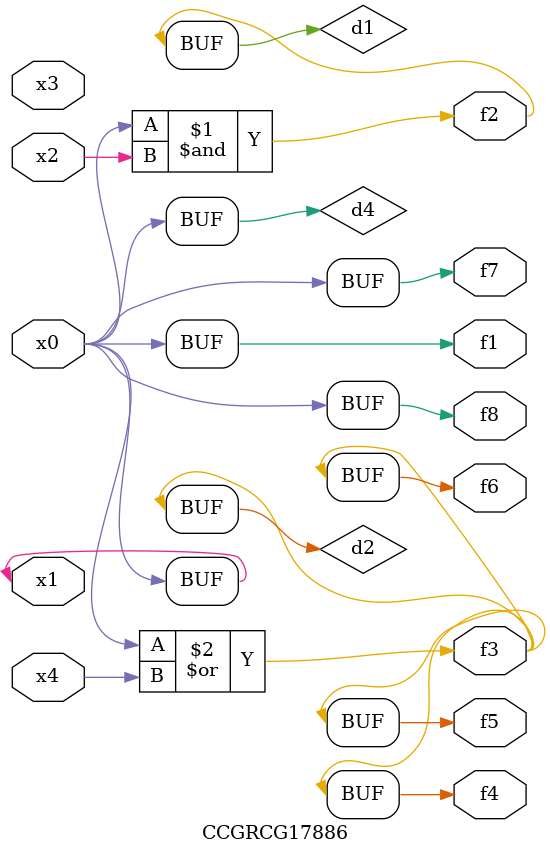
<source format=v>
module CCGRCG17886(
	input x0, x1, x2, x3, x4,
	output f1, f2, f3, f4, f5, f6, f7, f8
);

	wire d1, d2, d3, d4;

	and (d1, x0, x2);
	or (d2, x0, x4);
	nand (d3, x0, x2);
	buf (d4, x0, x1);
	assign f1 = d4;
	assign f2 = d1;
	assign f3 = d2;
	assign f4 = d2;
	assign f5 = d2;
	assign f6 = d2;
	assign f7 = d4;
	assign f8 = d4;
endmodule

</source>
